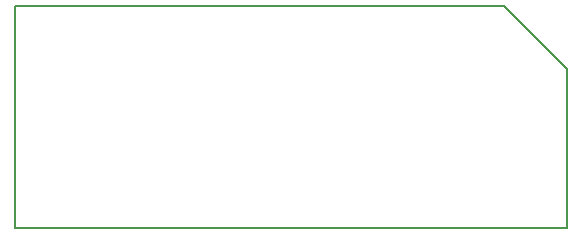
<source format=gm1>
G04 #@! TF.GenerationSoftware,KiCad,Pcbnew,7.0.9-7.0.9~ubuntu22.04.1*
G04 #@! TF.CreationDate,2023-11-21T00:20:31+01:00*
G04 #@! TF.ProjectId,dac-pcb,6461632d-7063-4622-9e6b-696361645f70,rev?*
G04 #@! TF.SameCoordinates,Original*
G04 #@! TF.FileFunction,Profile,NP*
%FSLAX46Y46*%
G04 Gerber Fmt 4.6, Leading zero omitted, Abs format (unit mm)*
G04 Created by KiCad (PCBNEW 7.0.9-7.0.9~ubuntu22.04.1) date 2023-11-21 00:20:31*
%MOMM*%
%LPD*%
G01*
G04 APERTURE LIST*
G04 #@! TA.AperFunction,Profile*
%ADD10C,0.200000*%
G04 #@! TD*
G04 APERTURE END LIST*
D10*
X169164000Y-14986000D02*
X174498000Y-20320000D01*
X174498000Y-20320000D02*
X174498000Y-33782000D01*
X127762000Y-14986000D02*
X169164000Y-14986000D01*
X127762000Y-33782000D02*
X127762000Y-14986000D01*
X174498000Y-33782000D02*
X127762000Y-33782000D01*
M02*

</source>
